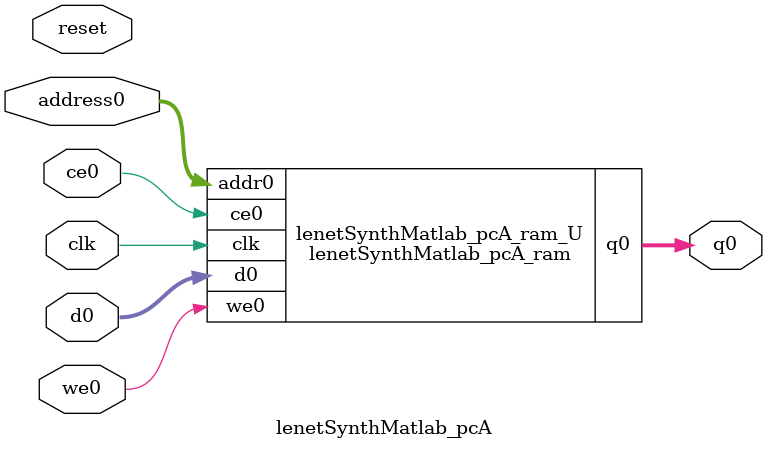
<source format=v>

`timescale 1 ns / 1 ps
module lenetSynthMatlab_pcA_ram (addr0, ce0, d0, we0, q0,  clk);

parameter DWIDTH = 32;
parameter AWIDTH = 5;
parameter MEM_SIZE = 25;

input[AWIDTH-1:0] addr0;
input ce0;
input[DWIDTH-1:0] d0;
input we0;
output reg[DWIDTH-1:0] q0;
input clk;

(* ram_style = "distributed" *)reg [DWIDTH-1:0] ram[0:MEM_SIZE-1];




always @(posedge clk)  
begin 
    if (ce0) 
    begin
        if (we0) 
        begin 
            ram[addr0] <= d0; 
            q0 <= d0;
        end 
        else 
            q0 <= ram[addr0];
    end
end


endmodule


`timescale 1 ns / 1 ps
module lenetSynthMatlab_pcA(
    reset,
    clk,
    address0,
    ce0,
    we0,
    d0,
    q0);

parameter DataWidth = 32'd32;
parameter AddressRange = 32'd25;
parameter AddressWidth = 32'd5;
input reset;
input clk;
input[AddressWidth - 1:0] address0;
input ce0;
input we0;
input[DataWidth - 1:0] d0;
output[DataWidth - 1:0] q0;



lenetSynthMatlab_pcA_ram lenetSynthMatlab_pcA_ram_U(
    .clk( clk ),
    .addr0( address0 ),
    .ce0( ce0 ),
    .we0( we0 ),
    .d0( d0 ),
    .q0( q0 ));

endmodule


</source>
